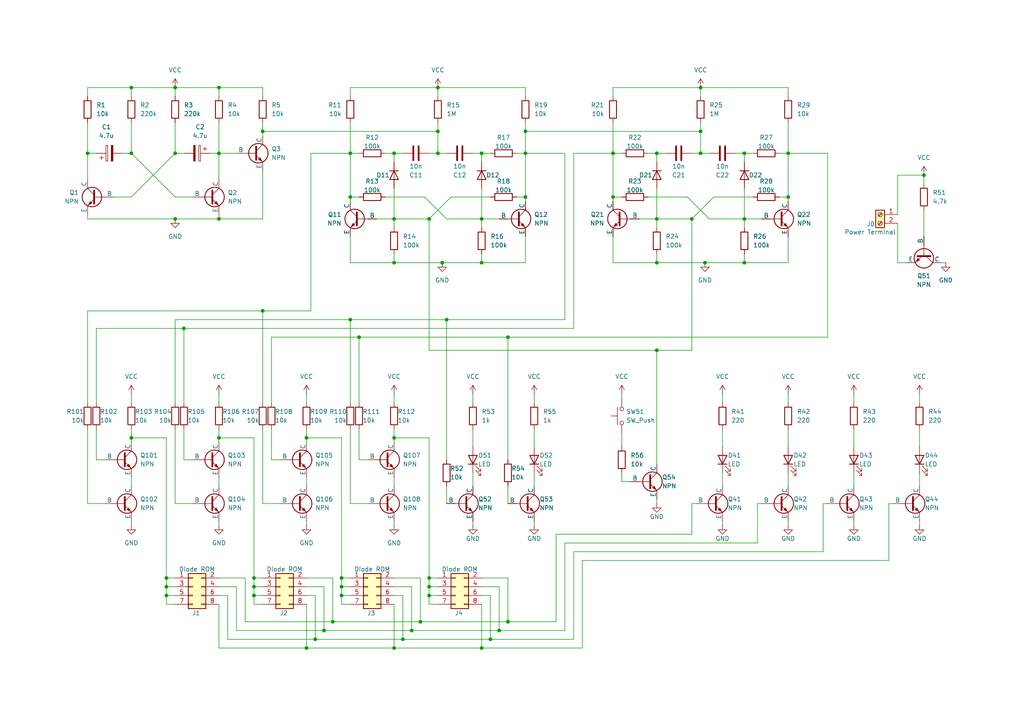
<source format=kicad_sch>
(kicad_sch (version 20250114) (generator "eeschema") (generator_version "9.0")
  (paper "A4")
  (title_block (title "Planck") (date "2025-11-08") (rev "0"))
  (junction (at 147.32 180.34))
  (junction (at 99.06 170.18))
  (junction (at 215.9 76.2))
  (junction (at 38.1 127))
  (junction (at 190.5 101.6))
  (junction (at 101.6 57.15))
  (junction (at 177.8 44.45))
  (junction (at 38.1 25.4))
  (junction (at 127 25.4))
  (junction (at 101.6 44.45))
  (junction (at 93.98 182.88))
  (junction (at 63.5 44.45))
  (junction (at 76.2 90.17))
  (junction (at 190.5 76.2))
  (junction (at 267.97 50.8))
  (junction (at 99.06 172.72))
  (junction (at 114.3 187.96))
  (junction (at 73.66 172.72))
  (junction (at 139.7 44.45))
  (junction (at 88.9 127))
  (junction (at 63.5 63.5))
  (junction (at 139.7 63.5))
  (junction (at 50.8 25.4))
  (junction (at 114.3 76.2))
  (junction (at 228.6 57.15))
  (junction (at 76.2 38.1))
  (junction (at 203.2 25.4))
  (junction (at 73.66 167.64))
  (junction (at 124.46 167.64))
  (junction (at 114.3 63.5))
  (junction (at 121.92 180.34))
  (junction (at 50.8 63.5))
  (junction (at 96.52 180.34))
  (junction (at 215.9 44.45))
  (junction (at 127 38.1))
  (junction (at 144.78 182.88))
  (junction (at 91.44 185.42))
  (junction (at 203.2 38.1))
  (junction (at 63.5 25.4))
  (junction (at 124.46 170.18))
  (junction (at 101.6 92.71))
  (junction (at 50.8 44.45))
  (junction (at 152.4 44.45))
  (junction (at 73.66 170.18))
  (junction (at 119.38 182.88))
  (junction (at 124.46 172.72))
  (junction (at 128.27 76.2))
  (junction (at 88.9 187.96))
  (junction (at 63.5 127))
  (junction (at 48.26 170.18))
  (junction (at 114.3 44.45))
  (junction (at 124.46 63.5))
  (junction (at 139.7 187.96))
  (junction (at 129.54 92.71))
  (junction (at 104.14 97.79))
  (junction (at 190.5 63.5))
  (junction (at 152.4 57.15))
  (junction (at 215.9 63.5))
  (junction (at 38.1 44.45))
  (junction (at 200.66 63.5))
  (junction (at 204.47 76.2))
  (junction (at 177.8 57.15))
  (junction (at 116.84 185.42))
  (junction (at 53.34 95.25))
  (junction (at 99.06 167.64))
  (junction (at 152.4 38.1))
  (junction (at 114.3 127))
  (junction (at 48.26 167.64))
  (junction (at 25.4 44.45))
  (junction (at 127 44.45))
  (junction (at 139.7 76.2))
  (junction (at 142.24 185.42))
  (junction (at 48.26 172.72))
  (junction (at 228.6 44.45))
  (junction (at 190.5 44.45))
  (junction (at 147.32 97.79))
  (junction (at 203.2 44.45))
  (wire (pts (xy 25.4 62.23) (xy 25.4 63.5)))
  (wire (pts (xy 99.06 172.72) (xy 101.6 172.72)))
  (wire (pts (xy 190.5 101.6) (xy 200.66 101.6)))
  (wire (pts (xy 50.8 35.56) (xy 50.8 44.45)))
  (wire (pts (xy 101.6 124.46) (xy 101.6 146.05)))
  (wire (pts (xy 139.7 44.45) (xy 139.7 46.99)))
  (wire (pts (xy 168.91 162.56) (xy 257.81 162.56)))
  (wire (pts (xy 88.9 151.13) (xy 88.9 152.4)))
  (wire (pts (xy 71.12 167.64) (xy 71.12 180.34)))
  (wire (pts (xy 240.03 44.45) (xy 240.03 97.79)))
  (wire (pts (xy 25.4 63.5) (xy 50.8 63.5)))
  (wire (pts (xy 104.14 124.46) (xy 104.14 133.35)))
  (wire (pts (xy 154.94 151.13) (xy 154.94 152.4)))
  (wire (pts (xy 48.26 167.64) (xy 50.8 167.64)))
  (wire (pts (xy 266.7 151.13) (xy 266.7 152.4)))
  (wire (pts (xy 88.9 127) (xy 88.9 128.27)))
  (wire (pts (xy 215.9 66.04) (xy 215.9 63.5)))
  (wire (pts (xy 93.98 182.88) (xy 93.98 170.18)))
  (wire (pts (xy 137.16 124.46) (xy 137.16 129.54)))
  (wire (pts (xy 137.16 137.16) (xy 137.16 140.97)))
  (wire (pts (xy 139.7 63.5) (xy 144.78 63.5)))
  (wire (pts (xy 101.6 44.45) (xy 101.6 57.15)))
  (wire (pts (xy 266.7 114.3) (xy 266.7 116.84)))
  (wire (pts (xy 200.66 44.45) (xy 203.2 44.45)))
  (wire (pts (xy 35.56 44.45) (xy 38.1 44.45)))
  (wire (pts (xy 205.74 63.5) (xy 215.9 63.5)))
  (wire (pts (xy 78.74 124.46) (xy 78.74 133.35)))
  (wire (pts (xy 78.74 97.79) (xy 78.74 116.84)))
  (wire (pts (xy 119.38 170.18) (xy 114.3 170.18)))
  (wire (pts (xy 63.5 172.72) (xy 66.04 172.72)))
  (wire (pts (xy 101.6 44.45) (xy 104.14 44.45)))
  (wire (pts (xy 101.6 35.56) (xy 101.6 44.45)))
  (wire (pts (xy 38.1 35.56) (xy 38.1 44.45)))
  (wire (pts (xy 154.94 137.16) (xy 154.94 140.97)))
  (wire (pts (xy 163.83 157.48) (xy 163.83 182.88)))
  (wire (pts (xy 38.1 25.4) (xy 38.1 27.94)))
  (wire (pts (xy 114.3 138.43) (xy 114.3 140.97)))
  (wire (pts (xy 247.65 151.13) (xy 247.65 152.4)))
  (wire (pts (xy 190.5 101.6) (xy 190.5 134.62)))
  (wire (pts (xy 187.96 44.45) (xy 190.5 44.45)))
  (wire (pts (xy 114.3 127) (xy 114.3 128.27)))
  (wire (pts (xy 114.3 76.2) (xy 128.27 76.2)))
  (wire (pts (xy 25.4 25.4) (xy 38.1 25.4)))
  (wire (pts (xy 109.22 63.5) (xy 114.3 63.5)))
  (wire (pts (xy 144.78 182.88) (xy 119.38 182.88)))
  (wire (pts (xy 50.8 44.45) (xy 53.34 44.45)))
  (wire (pts (xy 63.5 127) (xy 63.5 128.27)))
  (wire (pts (xy 190.5 66.04) (xy 190.5 63.5)))
  (wire (pts (xy 209.55 114.3) (xy 209.55 116.84)))
  (wire (pts (xy 139.7 73.66) (xy 139.7 76.2)))
  (wire (pts (xy 180.34 125.73) (xy 180.34 129.54)))
  (wire (pts (xy 185.42 63.5) (xy 190.5 63.5)))
  (wire (pts (xy 76.2 38.1) (xy 76.2 39.37)))
  (wire (pts (xy 257.81 146.05) (xy 259.08 146.05)))
  (wire (pts (xy 111.76 57.15) (xy 123.19 57.15)))
  (wire (pts (xy 99.06 175.26) (xy 101.6 175.26)))
  (wire (pts (xy 205.74 63.5) (xy 199.39 57.15)))
  (wire (pts (xy 38.1 25.4) (xy 50.8 25.4)))
  (wire (pts (xy 124.46 101.6) (xy 190.5 101.6)))
  (wire (pts (xy 247.65 114.3) (xy 247.65 116.84)))
  (wire (pts (xy 147.32 97.79) (xy 147.32 133.35)))
  (wire (pts (xy 215.9 54.61) (xy 215.9 63.5)))
  (wire (pts (xy 96.52 180.34) (xy 121.92 180.34)))
  (wire (pts (xy 38.1 127) (xy 38.1 128.27)))
  (wire (pts (xy 119.38 182.88) (xy 93.98 182.88)))
  (wire (pts (xy 96.52 167.64) (xy 96.52 180.34)))
  (wire (pts (xy 129.54 63.5) (xy 139.7 63.5)))
  (wire (pts (xy 76.2 90.17) (xy 76.2 116.84)))
  (wire (pts (xy 50.8 124.46) (xy 50.8 146.05)))
  (wire (pts (xy 129.54 92.71) (xy 101.6 92.71)))
  (wire (pts (xy 99.06 167.64) (xy 101.6 167.64)))
  (wire (pts (xy 38.1 127) (xy 48.26 127)))
  (wire (pts (xy 124.46 127) (xy 124.46 167.64)))
  (wire (pts (xy 129.54 63.5) (xy 123.19 57.15)))
  (wire (pts (xy 63.5 151.13) (xy 63.5 152.4)))
  (wire (pts (xy 240.03 97.79) (xy 147.32 97.79)))
  (wire (pts (xy 63.5 44.45) (xy 68.58 44.45)))
  (wire (pts (xy 124.46 63.5) (xy 130.81 57.15)))
  (wire (pts (xy 139.7 44.45) (xy 142.24 44.45)))
  (wire (pts (xy 60.96 44.45) (xy 63.5 44.45)))
  (wire (pts (xy 63.5 25.4) (xy 76.2 25.4)))
  (wire (pts (xy 166.37 95.25) (xy 53.34 95.25)))
  (wire (pts (xy 177.8 44.45) (xy 180.34 44.45)))
  (wire (pts (xy 226.06 44.45) (xy 228.6 44.45)))
  (wire (pts (xy 114.3 66.04) (xy 114.3 63.5)))
  (wire (pts (xy 114.3 114.3) (xy 114.3 116.84)))
  (wire (pts (xy 124.46 172.72) (xy 124.46 175.26)))
  (wire (pts (xy 114.3 54.61) (xy 114.3 63.5)))
  (wire (pts (xy 25.4 35.56) (xy 25.4 44.45)))
  (wire (pts (xy 147.32 140.97) (xy 147.32 146.05)))
  (wire (pts (xy 129.54 92.71) (xy 129.54 133.35)))
  (wire (pts (xy 190.5 44.45) (xy 193.04 44.45)))
  (wire (pts (xy 104.14 97.79) (xy 104.14 116.84)))
  (wire (pts (xy 63.5 138.43) (xy 63.5 140.97)))
  (wire (pts (xy 203.2 25.4) (xy 228.6 25.4)))
  (wire (pts (xy 168.91 162.56) (xy 168.91 187.96)))
  (wire (pts (xy 38.1 151.13) (xy 38.1 152.4)))
  (wire (pts (xy 142.24 172.72) (xy 142.24 185.42)))
  (wire (pts (xy 111.76 44.45) (xy 114.3 44.45)))
  (wire (pts (xy 114.3 73.66) (xy 114.3 76.2)))
  (wire (pts (xy 177.8 44.45) (xy 166.37 44.45)))
  (wire (pts (xy 50.8 25.4) (xy 50.8 27.94)))
  (wire (pts (xy 228.6 68.58) (xy 228.6 76.2)))
  (wire (pts (xy 163.83 92.71) (xy 129.54 92.71)))
  (wire (pts (xy 25.4 90.17) (xy 25.4 116.84)))
  (wire (pts (xy 139.7 76.2) (xy 152.4 76.2)))
  (wire (pts (xy 228.6 25.4) (xy 228.6 27.94)))
  (wire (pts (xy 260.35 62.23) (xy 260.35 50.8)))
  (wire (pts (xy 152.4 38.1) (xy 152.4 44.45)))
  (wire (pts (xy 149.86 44.45) (xy 152.4 44.45)))
  (wire (pts (xy 260.35 76.2) (xy 262.89 76.2)))
  (wire (pts (xy 76.2 49.53) (xy 76.2 63.5)))
  (wire (pts (xy 137.16 44.45) (xy 139.7 44.45)))
  (wire (pts (xy 101.6 68.58) (xy 101.6 76.2)))
  (wire (pts (xy 215.9 44.45) (xy 215.9 46.99)))
  (wire (pts (xy 247.65 124.46) (xy 247.65 129.54)))
  (wire (pts (xy 149.86 57.15) (xy 152.4 57.15)))
  (wire (pts (xy 48.26 170.18) (xy 50.8 170.18)))
  (wire (pts (xy 121.92 180.34) (xy 147.32 180.34)))
  (wire (pts (xy 88.9 114.3) (xy 88.9 116.84)))
  (wire (pts (xy 177.8 76.2) (xy 190.5 76.2)))
  (wire (pts (xy 101.6 25.4) (xy 101.6 27.94)))
  (wire (pts (xy 93.98 182.88) (xy 68.58 182.88)))
  (wire (pts (xy 228.6 44.45) (xy 240.03 44.45)))
  (wire (pts (xy 48.26 172.72) (xy 48.26 175.26)))
  (wire (pts (xy 139.7 172.72) (xy 142.24 172.72)))
  (wire (pts (xy 73.66 172.72) (xy 76.2 172.72)))
  (wire (pts (xy 161.29 180.34) (xy 161.29 154.94)))
  (wire (pts (xy 99.06 170.18) (xy 101.6 170.18)))
  (wire (pts (xy 190.5 63.5) (xy 200.66 63.5)))
  (wire (pts (xy 274.32 76.2) (xy 273.05 76.2)))
  (wire (pts (xy 152.4 25.4) (xy 152.4 27.94)))
  (wire (pts (xy 38.1 44.45) (xy 50.8 57.15)))
  (wire (pts (xy 78.74 133.35) (xy 81.28 133.35)))
  (wire (pts (xy 66.04 185.42) (xy 91.44 185.42)))
  (wire (pts (xy 50.8 92.71) (xy 50.8 116.84)))
  (wire (pts (xy 53.34 95.25) (xy 27.94 95.25)))
  (wire (pts (xy 73.66 170.18) (xy 73.66 172.72)))
  (wire (pts (xy 127 35.56) (xy 127 38.1)))
  (wire (pts (xy 76.2 38.1) (xy 127 38.1)))
  (wire (pts (xy 104.14 133.35) (xy 106.68 133.35)))
  (wire (pts (xy 180.34 114.3) (xy 180.34 115.57)))
  (wire (pts (xy 63.5 167.64) (xy 71.12 167.64)))
  (wire (pts (xy 93.98 170.18) (xy 88.9 170.18)))
  (wire (pts (xy 99.06 127) (xy 99.06 167.64)))
  (wire (pts (xy 139.7 167.64) (xy 147.32 167.64)))
  (wire (pts (xy 101.6 57.15) (xy 101.6 58.42)))
  (wire (pts (xy 101.6 92.71) (xy 101.6 116.84)))
  (wire (pts (xy 114.3 124.46) (xy 114.3 127)))
  (wire (pts (xy 63.5 124.46) (xy 63.5 127)))
  (wire (pts (xy 180.34 137.16) (xy 180.34 139.7)))
  (wire (pts (xy 68.58 182.88) (xy 68.58 170.18)))
  (wire (pts (xy 73.66 172.72) (xy 73.66 175.26)))
  (wire (pts (xy 127 25.4) (xy 127 27.94)))
  (wire (pts (xy 209.55 124.46) (xy 209.55 129.54)))
  (wire (pts (xy 203.2 35.56) (xy 203.2 38.1)))
  (wire (pts (xy 50.8 25.4) (xy 63.5 25.4)))
  (wire (pts (xy 63.5 63.5) (xy 76.2 63.5)))
  (wire (pts (xy 200.66 146.05) (xy 200.66 154.94)))
  (wire (pts (xy 53.34 133.35) (xy 55.88 133.35)))
  (wire (pts (xy 27.94 133.35) (xy 30.48 133.35)))
  (wire (pts (xy 38.1 57.15) (xy 33.02 57.15)))
  (wire (pts (xy 152.4 35.56) (xy 152.4 38.1)))
  (wire (pts (xy 266.7 137.16) (xy 266.7 140.97)))
  (wire (pts (xy 76.2 146.05) (xy 81.28 146.05)))
  (wire (pts (xy 114.3 127) (xy 124.46 127)))
  (wire (pts (xy 104.14 97.79) (xy 78.74 97.79)))
  (wire (pts (xy 71.12 180.34) (xy 96.52 180.34)))
  (wire (pts (xy 238.76 146.05) (xy 240.03 146.05)))
  (wire (pts (xy 228.6 35.56) (xy 228.6 44.45)))
  (wire (pts (xy 177.8 25.4) (xy 203.2 25.4)))
  (wire (pts (xy 219.71 146.05) (xy 220.98 146.05)))
  (wire (pts (xy 76.2 124.46) (xy 76.2 146.05)))
  (wire (pts (xy 116.84 185.42) (xy 142.24 185.42)))
  (wire (pts (xy 90.17 90.17) (xy 76.2 90.17)))
  (wire (pts (xy 127 44.45) (xy 129.54 44.45)))
  (wire (pts (xy 238.76 160.02) (xy 238.76 146.05)))
  (wire (pts (xy 101.6 92.71) (xy 50.8 92.71)))
  (wire (pts (xy 177.8 35.56) (xy 177.8 44.45)))
  (wire (pts (xy 190.5 44.45) (xy 190.5 46.99)))
  (wire (pts (xy 124.46 170.18) (xy 124.46 172.72)))
  (wire (pts (xy 25.4 44.45) (xy 25.4 52.07)))
  (wire (pts (xy 161.29 154.94) (xy 200.66 154.94)))
  (wire (pts (xy 114.3 172.72) (xy 116.84 172.72)))
  (wire (pts (xy 99.06 172.72) (xy 99.06 175.26)))
  (wire (pts (xy 101.6 76.2) (xy 114.3 76.2)))
  (wire (pts (xy 99.06 167.64) (xy 99.06 170.18)))
  (wire (pts (xy 226.06 57.15) (xy 228.6 57.15)))
  (wire (pts (xy 88.9 172.72) (xy 91.44 172.72)))
  (wire (pts (xy 63.5 35.56) (xy 63.5 44.45)))
  (wire (pts (xy 91.44 185.42) (xy 116.84 185.42)))
  (wire (pts (xy 114.3 44.45) (xy 116.84 44.45)))
  (wire (pts (xy 187.96 57.15) (xy 199.39 57.15)))
  (wire (pts (xy 88.9 167.64) (xy 96.52 167.64)))
  (wire (pts (xy 154.94 124.46) (xy 154.94 129.54)))
  (wire (pts (xy 90.17 44.45) (xy 90.17 90.17)))
  (wire (pts (xy 25.4 146.05) (xy 30.48 146.05)))
  (wire (pts (xy 76.2 35.56) (xy 76.2 38.1)))
  (wire (pts (xy 144.78 170.18) (xy 139.7 170.18)))
  (wire (pts (xy 203.2 44.45) (xy 205.74 44.45)))
  (wire (pts (xy 190.5 54.61) (xy 190.5 63.5)))
  (wire (pts (xy 129.54 140.97) (xy 129.54 146.05)))
  (wire (pts (xy 88.9 187.96) (xy 63.5 187.96)))
  (wire (pts (xy 203.2 38.1) (xy 203.2 44.45)))
  (wire (pts (xy 53.34 95.25) (xy 53.34 116.84)))
  (wire (pts (xy 114.3 63.5) (xy 124.46 63.5)))
  (wire (pts (xy 152.4 57.15) (xy 152.4 58.42)))
  (wire (pts (xy 48.26 170.18) (xy 48.26 172.72)))
  (wire (pts (xy 63.5 25.4) (xy 63.5 27.94)))
  (wire (pts (xy 73.66 127) (xy 73.66 167.64)))
  (wire (pts (xy 127 38.1) (xy 127 44.45)))
  (wire (pts (xy 203.2 25.4) (xy 203.2 27.94)))
  (wire (pts (xy 38.1 138.43) (xy 38.1 140.97)))
  (wire (pts (xy 73.66 167.64) (xy 73.66 170.18)))
  (wire (pts (xy 200.66 63.5) (xy 207.01 57.15)))
  (wire (pts (xy 130.81 57.15) (xy 142.24 57.15)))
  (wire (pts (xy 124.46 172.72) (xy 127 172.72)))
  (wire (pts (xy 101.6 25.4) (xy 127 25.4)))
  (wire (pts (xy 228.6 137.16) (xy 228.6 140.97)))
  (wire (pts (xy 266.7 124.46) (xy 266.7 129.54)))
  (wire (pts (xy 139.7 66.04) (xy 139.7 63.5)))
  (wire (pts (xy 66.04 172.72) (xy 66.04 185.42)))
  (wire (pts (xy 137.16 114.3) (xy 137.16 116.84)))
  (wire (pts (xy 99.06 170.18) (xy 99.06 172.72)))
  (wire (pts (xy 177.8 68.58) (xy 177.8 76.2)))
  (wire (pts (xy 163.83 157.48) (xy 219.71 157.48)))
  (wire (pts (xy 228.6 44.45) (xy 228.6 57.15)))
  (wire (pts (xy 228.6 57.15) (xy 228.6 58.42)))
  (wire (pts (xy 38.1 114.3) (xy 38.1 116.84)))
  (wire (pts (xy 121.92 167.64) (xy 121.92 180.34)))
  (wire (pts (xy 114.3 187.96) (xy 114.3 175.26)))
  (wire (pts (xy 63.5 114.3) (xy 63.5 116.84)))
  (wire (pts (xy 166.37 160.02) (xy 238.76 160.02)))
  (wire (pts (xy 63.5 187.96) (xy 63.5 175.26)))
  (wire (pts (xy 88.9 124.46) (xy 88.9 127)))
  (wire (pts (xy 101.6 146.05) (xy 106.68 146.05)))
  (wire (pts (xy 114.3 167.64) (xy 121.92 167.64)))
  (wire (pts (xy 200.66 146.05) (xy 201.93 146.05)))
  (wire (pts (xy 114.3 187.96) (xy 88.9 187.96)))
  (wire (pts (xy 209.55 137.16) (xy 209.55 140.97)))
  (wire (pts (xy 124.46 175.26) (xy 127 175.26)))
  (wire (pts (xy 101.6 44.45) (xy 90.17 44.45)))
  (wire (pts (xy 228.6 114.3) (xy 228.6 116.84)))
  (wire (pts (xy 53.34 124.46) (xy 53.34 133.35)))
  (wire (pts (xy 114.3 44.45) (xy 114.3 46.99)))
  (wire (pts (xy 76.2 90.17) (xy 25.4 90.17)))
  (wire (pts (xy 267.97 60.96) (xy 267.97 68.58)))
  (wire (pts (xy 124.46 44.45) (xy 127 44.45)))
  (wire (pts (xy 215.9 73.66) (xy 215.9 76.2)))
  (wire (pts (xy 154.94 114.3) (xy 154.94 116.84)))
  (wire (pts (xy 163.83 44.45) (xy 163.83 92.71)))
  (wire (pts (xy 177.8 57.15) (xy 180.34 57.15)))
  (wire (pts (xy 124.46 167.64) (xy 124.46 170.18)))
  (wire (pts (xy 63.5 62.23) (xy 63.5 63.5)))
  (wire (pts (xy 38.1 124.46) (xy 38.1 127)))
  (wire (pts (xy 50.8 146.05) (xy 55.88 146.05)))
  (wire (pts (xy 152.4 44.45) (xy 163.83 44.45)))
  (wire (pts (xy 91.44 172.72) (xy 91.44 185.42)))
  (wire (pts (xy 124.46 170.18) (xy 127 170.18)))
  (wire (pts (xy 213.36 44.45) (xy 215.9 44.45)))
  (wire (pts (xy 215.9 76.2) (xy 228.6 76.2)))
  (wire (pts (xy 63.5 44.45) (xy 63.5 52.07)))
  (wire (pts (xy 144.78 182.88) (xy 144.78 170.18)))
  (wire (pts (xy 215.9 44.45) (xy 218.44 44.45)))
  (wire (pts (xy 119.38 182.88) (xy 119.38 170.18)))
  (wire (pts (xy 48.26 127) (xy 48.26 167.64)))
  (wire (pts (xy 25.4 25.4) (xy 25.4 27.94)))
  (wire (pts (xy 190.5 73.66) (xy 190.5 76.2)))
  (wire (pts (xy 127 25.4) (xy 152.4 25.4)))
  (wire (pts (xy 200.66 63.5) (xy 200.66 101.6)))
  (wire (pts (xy 190.5 76.2) (xy 204.47 76.2)))
  (wire (pts (xy 177.8 57.15) (xy 177.8 58.42)))
  (wire (pts (xy 207.01 57.15) (xy 218.44 57.15)))
  (wire (pts (xy 152.4 68.58) (xy 152.4 76.2)))
  (wire (pts (xy 163.83 182.88) (xy 144.78 182.88)))
  (wire (pts (xy 27.94 95.25) (xy 27.94 116.84)))
  (wire (pts (xy 219.71 157.48) (xy 219.71 146.05)))
  (wire (pts (xy 177.8 25.4) (xy 177.8 27.94)))
  (wire (pts (xy 128.27 76.2) (xy 139.7 76.2)))
  (wire (pts (xy 139.7 54.61) (xy 139.7 63.5)))
  (wire (pts (xy 204.47 76.2) (xy 215.9 76.2)))
  (wire (pts (xy 73.66 167.64) (xy 76.2 167.64)))
  (wire (pts (xy 260.35 50.8) (xy 267.97 50.8)))
  (wire (pts (xy 50.8 44.45) (xy 38.1 57.15)))
  (wire (pts (xy 177.8 44.45) (xy 177.8 57.15)))
  (wire (pts (xy 190.5 144.78) (xy 190.5 146.05)))
  (wire (pts (xy 228.6 124.46) (xy 228.6 129.54)))
  (wire (pts (xy 76.2 25.4) (xy 76.2 27.94)))
  (wire (pts (xy 215.9 63.5) (xy 220.98 63.5)))
  (wire (pts (xy 247.65 137.16) (xy 247.65 140.97)))
  (wire (pts (xy 139.7 187.96) (xy 139.7 175.26)))
  (wire (pts (xy 88.9 127) (xy 99.06 127)))
  (wire (pts (xy 152.4 44.45) (xy 152.4 57.15)))
  (wire (pts (xy 228.6 151.13) (xy 228.6 152.4)))
  (wire (pts (xy 168.91 187.96) (xy 139.7 187.96)))
  (wire (pts (xy 48.26 172.72) (xy 50.8 172.72)))
  (wire (pts (xy 25.4 124.46) (xy 25.4 146.05)))
  (wire (pts (xy 166.37 44.45) (xy 166.37 95.25)))
  (wire (pts (xy 101.6 57.15) (xy 104.14 57.15)))
  (wire (pts (xy 147.32 180.34) (xy 161.29 180.34)))
  (wire (pts (xy 73.66 170.18) (xy 76.2 170.18)))
  (wire (pts (xy 124.46 167.64) (xy 127 167.64)))
  (wire (pts (xy 147.32 167.64) (xy 147.32 180.34)))
  (wire (pts (xy 48.26 167.64) (xy 48.26 170.18)))
  (wire (pts (xy 25.4 44.45) (xy 27.94 44.45)))
  (wire (pts (xy 88.9 138.43) (xy 88.9 140.97)))
  (wire (pts (xy 152.4 38.1) (xy 203.2 38.1)))
  (wire (pts (xy 88.9 187.96) (xy 88.9 175.26)))
  (wire (pts (xy 260.35 64.77) (xy 260.35 76.2)))
  (wire (pts (xy 209.55 151.13) (xy 209.55 152.4)))
  (wire (pts (xy 147.32 97.79) (xy 104.14 97.79)))
  (wire (pts (xy 63.5 127) (xy 73.66 127)))
  (wire (pts (xy 68.58 170.18) (xy 63.5 170.18)))
  (wire (pts (xy 139.7 187.96) (xy 114.3 187.96)))
  (wire (pts (xy 73.66 175.26) (xy 76.2 175.26)))
  (wire (pts (xy 137.16 151.13) (xy 137.16 152.4)))
  (wire (pts (xy 48.26 175.26) (xy 50.8 175.26)))
  (wire (pts (xy 50.8 57.15) (xy 55.88 57.15)))
  (wire (pts (xy 116.84 172.72) (xy 116.84 185.42)))
  (wire (pts (xy 114.3 151.13) (xy 114.3 152.4)))
  (wire (pts (xy 142.24 185.42) (xy 166.37 185.42)))
  (wire (pts (xy 267.97 50.8) (xy 267.97 53.34)))
  (wire (pts (xy 124.46 63.5) (xy 124.46 101.6)))
  (wire (pts (xy 27.94 124.46) (xy 27.94 133.35)))
  (wire (pts (xy 180.34 139.7) (xy 182.88 139.7)))
  (wire (pts (xy 166.37 185.42) (xy 166.37 160.02)))
  (wire (pts (xy 257.81 162.56) (xy 257.81 146.05)))
  (wire (pts (xy 50.8 63.5) (xy 63.5 63.5)))
  (symbol (lib_id "power:VCC") (at 38.1 114.3 0) (unit 1)
    (property "Reference" "#PWR01001" (effects (hide yes)))
    (property "Value" "VCC" (at 38.1 109.22 0))
    (property "Description" "Power symbol creates a global label with name \"VCC\"" (effects (hide yes)))
  )
  (symbol (lib_id "Simulation_SPICE:NPN") (at 149.86 63.5 0) (unit 1)
    (property "Reference" "Q12" (at 154.94 62.2299 0) (effects (justify left)))
    (property "Value" "NPN" (at 154.94 64.7699 0) (effects (justify left)))
    (property "Footprint" "Package_TO_SOT_THT:TO-92" (effects (hide yes)))
    (property "Datasheet" "https://ngspice.sourceforge.io/docs/ngspice-html-manual/manual.xhtml#cha_BJTs" (effects (hide yes)))
    (property "Description" "Bipolar transistor symbol for simulation only, substrate tied to the emitter" (effects (hide yes)))
    (property "Sim.Device" "NPN" (effects (hide yes)))
    (property "Sim.Type" "GUMMELPOON" (effects (hide yes)))
    (property "Sim.Pins" "1=C 2=B 3=E" (effects (hide yes)))
  )
  (symbol (lib_id "power:GND") (at 228.6 152.4 0) (unit 1)
    (property "Reference" "#PWR01022" (effects (hide yes)))
    (property "Value" "GND" (at 228.6 156.21 0))
    (property "Description" "Power symbol creates a global label with name \"GND\" , ground" (effects (hide yes)))
  )
  (symbol (lib_id "Simulation_SPICE:NPN") (at 27.94 57.15 0) (mirror y) (unit 1)
    (property "Reference" "Q1" (at 22.86 55.8799 0) (effects (justify left)))
    (property "Value" "NPN" (at 22.86 58.4199 0) (effects (justify left)))
    (property "Footprint" "Package_TO_SOT_THT:TO-92" (effects (hide yes)))
    (property "Datasheet" "https://ngspice.sourceforge.io/docs/ngspice-html-manual/manual.xhtml#cha_BJTs" (effects (hide yes)))
    (property "Description" "Bipolar transistor symbol for simulation only, substrate tied to the emitter" (effects (hide yes)))
    (property "Sim.Device" "NPN" (effects (hide yes)))
    (property "Sim.Type" "GUMMELPOON" (effects (hide yes)))
    (property "Sim.Pins" "1=C 2=B 3=E" (effects (hide yes)))
  )
  (symbol (lib_id "power:VCC") (at 228.6 114.3 0) (unit 1)
    (property "Reference" "#PWR01021" (effects (hide yes)))
    (property "Value" "VCC" (at 228.6 109.22 0))
    (property "Description" "Power symbol creates a global label with name \"VCC\"" (effects (hide yes)))
  )
  (symbol (lib_id "Simulation_SPICE:NPN") (at 35.56 133.35 0) (unit 1)
    (property "Reference" "Q101" (at 40.64 132.0799 0) (effects (justify left)))
    (property "Value" "NPN" (at 40.64 134.6199 0) (effects (justify left)))
    (property "Footprint" "Package_TO_SOT_THT:TO-92" (effects (hide yes)))
    (property "Datasheet" "https://ngspice.sourceforge.io/docs/ngspice-html-manual/manual.xhtml#cha_BJTs" (effects (hide yes)))
    (property "Description" "Bipolar transistor symbol for simulation only, substrate tied to the emitter" (effects (hide yes)))
    (property "Sim.Device" "NPN" (effects (hide yes)))
    (property "Sim.Type" "GUMMELPOON" (effects (hide yes)))
    (property "Sim.Pins" "1=C 2=B 3=E" (effects (hide yes)))
  )
  (symbol (lib_id "Device:C") (at 133.35 44.45 90) (mirror x) (unit 1)
    (property "Reference" "C12" (at 133.35 50.8 90))
    (property "Value" "10n" (at 133.35 48.26 90))
    (property "Footprint" "Capacitor_THT:C_Disc_D3.0mm_W2.0mm_P2.50mm" (effects (hide yes)))
    (property "Description" "Unpolarized capacitor" (effects (hide yes)))
  )
  (symbol (lib_id "Simulation_SPICE:NPN") (at 245.11 146.05 0) (unit 1)
    (property "Reference" "Q43" (at 249.174 144.78 0) (effects (justify left)))
    (property "Value" "NPN" (at 249.174 147.32 0) (effects (justify left)))
    (property "Footprint" "Package_TO_SOT_THT:TO-92" (effects (hide yes)))
    (property "Datasheet" "https://ngspice.sourceforge.io/docs/ngspice-html-manual/manual.xhtml#cha_BJTs" (effects (hide yes)))
    (property "Description" "Bipolar transistor symbol for simulation only, substrate tied to the emitter" (effects (hide yes)))
    (property "Sim.Device" "NPN" (effects (hide yes)))
    (property "Sim.Type" "GUMMELPOON" (effects (hide yes)))
    (property "Sim.Pins" "1=C 2=B 3=E" (effects (hide yes)))
  )
  (symbol (lib_id "Connector_Generic:Conn_02x04_Odd_Even") (at 55.88 170.18 0) (unit 1)
    (property "Reference" "J1" (at 56.896 177.8 0))
    (property "Value" "Diode ROM" (at 57.15 165.1 0))
    (property "Footprint" "Connector_PinHeader_2.54mm:PinHeader_2x04_P2.54mm_Vertical" (effects (hide yes)))
    (property "Description" "Generic connector, double row, 02x04, odd/even pin numbering scheme (row 1 odd numbers, row 2 even numbers), script generated (kicad-library-utils/schlib/autogen/connector/)" (effects (hide yes)))
  )
  (symbol (lib_id "Connector:Screw_Terminal_01x02") (at 255.27 62.23 0) (mirror y) (unit 1)
    (property "Reference" "J0" (at 253.746 65.024 0) (effects (justify left)))
    (property "Value" "Power Terminal" (at 259.842 67.31 0) (effects (justify left)))
    (property "Footprint" "TerminalBlock:TerminalBlock_MaiXu_MX126-5.0-02P_1x02_P5.00mm" (effects (hide yes)))
    (property "Description" "Generic screw terminal, single row, 01x02, script generated (kicad-library-utils/schlib/autogen/connector/)" (effects (hide yes)))
  )
  (symbol (lib_id "Device:R") (at 50.8 120.65 0) (mirror y) (unit 1)
    (property "Reference" "R104" (at 49.784 119.38 0) (effects (justify left)))
    (property "Value" "10k" (at 49.784 121.92 0) (effects (justify left)))
    (property "Footprint" "Resistor_THT:R_Axial_DIN0204_L3.6mm_D1.6mm_P5.08mm_Horizontal" (effects (hide yes)))
    (property "Description" "Resistor" (effects (hide yes)))
  )
  (symbol (lib_id "Device:R") (at 129.54 137.16 0) (unit 1)
    (property "Reference" "R52" (at 130.556 135.89 0) (effects (justify left)))
    (property "Value" "10k" (at 130.556 138.43 0) (effects (justify left)))
    (property "Footprint" "Resistor_THT:R_Axial_DIN0204_L3.6mm_D1.6mm_P5.08mm_Horizontal" (effects (hide yes)))
    (property "Description" "Resistor" (effects (hide yes)))
  )
  (symbol (lib_id "Simulation_SPICE:NPN") (at 60.96 133.35 0) (unit 1)
    (property "Reference" "Q103" (at 66.04 132.0799 0) (effects (justify left)))
    (property "Value" "NPN" (at 66.04 134.6199 0) (effects (justify left)))
    (property "Footprint" "Package_TO_SOT_THT:TO-92" (effects (hide yes)))
    (property "Datasheet" "https://ngspice.sourceforge.io/docs/ngspice-html-manual/manual.xhtml#cha_BJTs" (effects (hide yes)))
    (property "Description" "Bipolar transistor symbol for simulation only, substrate tied to the emitter" (effects (hide yes)))
    (property "Sim.Device" "NPN" (effects (hide yes)))
    (property "Sim.Type" "GUMMELPOON" (effects (hide yes)))
    (property "Sim.Pins" "1=C 2=B 3=E" (effects (hide yes)))
  )
  (symbol (lib_id "Device:R") (at 146.05 44.45 90) (unit 1)
    (property "Reference" "R17" (at 146.05 39.878 90))
    (property "Value" "100k" (at 146.05 42.418 90))
    (property "Footprint" "Resistor_THT:R_Axial_DIN0204_L3.6mm_D1.6mm_P5.08mm_Horizontal" (effects (hide yes)))
    (property "Description" "Resistor" (effects (hide yes)))
  )
  (symbol (lib_id "Device:R") (at 267.97 57.15 0) (unit 1)
    (property "Reference" "R51" (at 270.51 55.8799 0) (effects (justify left)))
    (property "Value" "4.7k" (at 270.51 58.4199 0) (effects (justify left)))
    (property "Footprint" "Resistor_THT:R_Axial_DIN0204_L3.6mm_D1.6mm_P5.08mm_Horizontal" (effects (hide yes)))
    (property "Description" "Resistor" (effects (hide yes)))
  )
  (symbol (lib_id "Device:R") (at 101.6 31.75 0) (mirror y) (unit 1)
    (property "Reference" "R11" (at 99.06 30.4799 0) (effects (justify left)))
    (property "Value" "10k" (at 99.06 33.0199 0) (effects (justify left)))
    (property "Footprint" "Resistor_THT:R_Axial_DIN0204_L3.6mm_D1.6mm_P5.08mm_Horizontal" (effects (hide yes)))
    (property "Description" "Resistor" (effects (hide yes)))
  )
  (symbol (lib_id "Device:R") (at 184.15 44.45 90) (unit 1)
    (property "Reference" "R22" (at 184.15 39.878 90))
    (property "Value" "100k" (at 184.15 42.418 90))
    (property "Footprint" "Resistor_THT:R_Axial_DIN0204_L3.6mm_D1.6mm_P5.08mm_Horizontal" (effects (hide yes)))
    (property "Description" "Resistor" (effects (hide yes)))
  )
  (symbol (lib_id "Device:R") (at 146.05 57.15 90) (unit 1)
    (property "Reference" "R18" (at 146.05 52.578 90))
    (property "Value" "100k" (at 146.05 55.118 90))
    (property "Footprint" "Resistor_THT:R_Axial_DIN0204_L3.6mm_D1.6mm_P5.08mm_Horizontal" (effects (hide yes)))
    (property "Description" "Resistor" (effects (hide yes)))
  )
  (symbol (lib_id "Device:R") (at 154.94 120.65 0) (unit 1)
    (property "Reference" "R55" (at 157.48 119.3799 0) (effects (justify left)))
    (property "Value" "1k" (at 157.48 121.9199 0) (effects (justify left)))
    (property "Footprint" "Resistor_THT:R_Axial_DIN0204_L3.6mm_D1.6mm_P5.08mm_Horizontal" (effects (hide yes)))
    (property "Description" "Resistor" (effects (hide yes)))
  )
  (symbol (lib_id "Simulation_SPICE:NPN") (at 207.01 146.05 0) (unit 1)
    (property "Reference" "Q41" (at 211.074 144.78 0) (effects (justify left)))
    (property "Value" "NPN" (at 211.074 147.32 0) (effects (justify left)))
    (property "Footprint" "Package_TO_SOT_THT:TO-92" (effects (hide yes)))
    (property "Datasheet" "https://ngspice.sourceforge.io/docs/ngspice-html-manual/manual.xhtml#cha_BJTs" (effects (hide yes)))
    (property "Description" "Bipolar transistor symbol for simulation only, substrate tied to the emitter" (effects (hide yes)))
    (property "Sim.Device" "NPN" (effects (hide yes)))
    (property "Sim.Type" "GUMMELPOON" (effects (hide yes)))
    (property "Sim.Pins" "1=C 2=B 3=E" (effects (hide yes)))
  )
  (symbol (lib_id "Device:R") (at 107.95 44.45 90) (unit 1)
    (property "Reference" "R12" (at 107.95 39.878 90))
    (property "Value" "100k" (at 107.95 42.418 90))
    (property "Footprint" "Resistor_THT:R_Axial_DIN0204_L3.6mm_D1.6mm_P5.08mm_Horizontal" (effects (hide yes)))
    (property "Description" "Resistor" (effects (hide yes)))
  )
  (symbol (lib_id "power:VCC") (at 127 25.4 0) (unit 1)
    (property "Reference" "#PWR01011" (effects (hide yes)))
    (property "Value" "VCC" (at 127 20.32 0))
    (property "Description" "Power symbol creates a global label with name \"VCC\"" (effects (hide yes)))
  )
  (symbol (lib_id "power:GND") (at 128.27 76.2 0) (unit 1)
    (property "Reference" "#PWR01012" (effects (hide yes)))
    (property "Value" "GND" (at 128.27 81.28 0))
    (property "Description" "Power symbol creates a global label with name \"GND\" , ground" (effects (hide yes)))
  )
  (symbol (lib_id "Simulation_SPICE:NPN") (at 73.66 44.45 0) (unit 1)
    (property "Reference" "Q3" (at 78.74 43.1799 0) (effects (justify left)))
    (property "Value" "NPN" (at 78.74 45.7199 0) (effects (justify left)))
    (property "Footprint" "Package_TO_SOT_THT:TO-92" (effects (hide yes)))
    (property "Datasheet" "https://ngspice.sourceforge.io/docs/ngspice-html-manual/manual.xhtml#cha_BJTs" (effects (hide yes)))
    (property "Description" "Bipolar transistor symbol for simulation only, substrate tied to the emitter" (effects (hide yes)))
    (property "Sim.Device" "NPN" (effects (hide yes)))
    (property "Sim.Type" "GUMMELPOON" (effects (hide yes)))
    (property "Sim.Pins" "1=C 2=B 3=E" (effects (hide yes)))
  )
  (symbol (lib_id "power:GND") (at 63.5 152.4 0) (unit 1)
    (property "Reference" "#PWR01006" (effects (hide yes)))
    (property "Value" "GND" (at 63.5 157.48 0))
    (property "Description" "Power symbol creates a global label with name \"GND\" , ground" (effects (hide yes)))
  )
  (symbol (lib_id "Device:D") (at 139.7 50.8 270) (unit 1)
    (property "Reference" "D12" (at 140.97 50.8 90) (effects (justify left)))
    (property "Value" "D" (effects (hide yes)))
    (property "Footprint" "Diode_THT:D_DO-34_SOD68_P7.62mm_Horizontal" (effects (hide yes)))
    (property "Description" "Diode" (effects (hide yes)))
    (property "Sim.Device" "D" (effects (hide yes)))
    (property "Sim.Pins" "1=K 2=A" (effects (hide yes)))
  )
  (symbol (lib_id "Connector_Generic:Conn_02x04_Odd_Even") (at 132.08 170.18 0) (unit 1)
    (property "Reference" "J4" (at 133.096 177.8 0))
    (property "Value" "Diode ROM" (at 133.35 165.1 0))
    (property "Footprint" "Connector_PinHeader_2.54mm:PinHeader_2x04_P2.54mm_Vertical" (effects (hide yes)))
    (property "Description" "Generic connector, double row, 02x04, odd/even pin numbering scheme (row 1 odd numbers, row 2 even numbers), script generated (kicad-library-utils/schlib/autogen/connector/)" (effects (hide yes)))
  )
  (symbol (lib_id "Simulation_SPICE:NPN") (at 86.36 146.05 0) (unit 1)
    (property "Reference" "Q106" (at 91.44 144.7799 0) (effects (justify left)))
    (property "Value" "NPN" (at 91.44 147.3199 0) (effects (justify left)))
    (property "Footprint" "Package_TO_SOT_THT:TO-92" (effects (hide yes)))
    (property "Datasheet" "https://ngspice.sourceforge.io/docs/ngspice-html-manual/manual.xhtml#cha_BJTs" (effects (hide yes)))
    (property "Description" "Bipolar transistor symbol for simulation only, substrate tied to the emitter" (effects (hide yes)))
    (property "Sim.Device" "NPN" (effects (hide yes)))
    (property "Sim.Type" "GUMMELPOON" (effects (hide yes)))
    (property "Sim.Pins" "1=C 2=B 3=E" (effects (hide yes)))
  )
  (symbol (lib_id "Device:D") (at 114.3 50.8 90) (mirror x) (unit 1)
    (property "Reference" "D11" (at 113.03 50.8 90) (effects (justify left)))
    (property "Value" "D" (effects (hide yes)))
    (property "Footprint" "Diode_THT:D_DO-34_SOD68_P7.62mm_Horizontal" (effects (hide yes)))
    (property "Description" "Diode" (effects (hide yes)))
    (property "Sim.Device" "D" (effects (hide yes)))
    (property "Sim.Pins" "1=K 2=A" (effects (hide yes)))
  )
  (symbol (lib_id "Device:R") (at 38.1 31.75 0) (unit 1)
    (property "Reference" "R2" (at 40.64 30.4799 0) (effects (justify left)))
    (property "Value" "220k" (at 40.64 33.0199 0) (effects (justify left)))
    (property "Footprint" "Resistor_THT:R_Axial_DIN0204_L3.6mm_D1.6mm_P5.08mm_Horizontal" (effects (hide yes)))
    (property "Description" "Resistor" (effects (hide yes)))
  )
  (symbol (lib_id "Device:R") (at 25.4 31.75 0) (unit 1)
    (property "Reference" "R1" (at 27.94 30.4799 0) (effects (justify left)))
    (property "Value" "10k" (at 27.94 33.0199 0) (effects (justify left)))
    (property "Footprint" "Resistor_THT:R_Axial_DIN0204_L3.6mm_D1.6mm_P5.08mm_Horizontal" (effects (hide yes)))
    (property "Description" "Resistor" (effects (hide yes)))
  )
  (symbol (lib_id "power:GND") (at 204.47 76.2 0) (unit 1)
    (property "Reference" "#PWR01018" (effects (hide yes)))
    (property "Value" "GND" (at 204.47 81.28 0))
    (property "Description" "Power symbol creates a global label with name \"GND\" , ground" (effects (hide yes)))
  )
  (symbol (lib_id "Device:R") (at 76.2 31.75 0) (unit 1)
    (property "Reference" "R5" (at 78.74 30.4799 0) (effects (justify left)))
    (property "Value" "10k" (at 78.74 33.0199 0) (effects (justify left)))
    (property "Footprint" "Resistor_THT:R_Axial_DIN0204_L3.6mm_D1.6mm_P5.08mm_Horizontal" (effects (hide yes)))
    (property "Description" "Resistor" (effects (hide yes)))
  )
  (symbol (lib_id "Device:R") (at 266.7 120.65 0) (unit 1)
    (property "Reference" "R44" (at 269.24 119.3799 0) (effects (justify left)))
    (property "Value" "220" (at 269.24 121.9199 0) (effects (justify left)))
    (property "Footprint" "Resistor_THT:R_Axial_DIN0204_L3.6mm_D1.6mm_P5.08mm_Horizontal" (effects (hide yes)))
    (property "Description" "Resistor" (effects (hide yes)))
  )
  (symbol (lib_id "Simulation_SPICE:NPN") (at 111.76 146.05 0) (unit 1)
    (property "Reference" "Q108" (at 116.84 144.7799 0) (effects (justify left)))
    (property "Value" "NPN" (at 116.84 147.3199 0) (effects (justify left)))
    (property "Footprint" "Package_TO_SOT_THT:TO-92" (effects (hide yes)))
    (property "Datasheet" "https://ngspice.sourceforge.io/docs/ngspice-html-manual/manual.xhtml#cha_BJTs" (effects (hide yes)))
    (property "Description" "Bipolar transistor symbol for simulation only, substrate tied to the emitter" (effects (hide yes)))
    (property "Sim.Device" "NPN" (effects (hide yes)))
    (property "Sim.Type" "GUMMELPOON" (effects (hide yes)))
    (property "Sim.Pins" "1=C 2=B 3=E" (effects (hide yes)))
  )
  (symbol (lib_id "power:VCC") (at 154.94 114.3 0) (unit 1)
    (property "Reference" "#PWR01" (effects (hide yes)))
    (property "Value" "VCC" (at 154.94 109.22 0))
    (property "Description" "Power symbol creates a global label with name \"VCC\"" (effects (hide yes)))
  )
  (symbol (lib_id "Device:R") (at 222.25 44.45 90) (unit 1)
    (property "Reference" "R27" (at 222.25 39.878 90))
    (property "Value" "100k" (at 222.25 42.418 90))
    (property "Footprint" "Resistor_THT:R_Axial_DIN0204_L3.6mm_D1.6mm_P5.08mm_Horizontal" (effects (hide yes)))
    (property "Description" "Resistor" (effects (hide yes)))
  )
  (symbol (lib_id "Simulation_SPICE:NPN") (at 267.97 73.66 270) (unit 1)
    (property "Reference" "Q51" (at 267.97 80.01 90))
    (property "Value" "NPN" (at 267.97 82.55 90))
    (property "Footprint" "Package_TO_SOT_THT:TO-92" (effects (hide yes)))
    (property "Datasheet" "https://ngspice.sourceforge.io/docs/ngspice-html-manual/manual.xhtml#cha_BJTs" (effects (hide yes)))
    (property "Description" "Bipolar transistor symbol for simulation only, substrate tied to the emitter" (effects (hide yes)))
    (property "Sim.Device" "NPN" (effects (hide yes)))
    (property "Sim.Type" "GUMMELPOON" (effects (hide yes)))
    (property "Sim.Pins" "1=C 2=B 3=E" (effects (hide yes)))
  )
  (symbol (lib_id "Device:R") (at 203.2 31.75 0) (unit 1)
    (property "Reference" "R25" (at 205.74 30.4799 0) (effects (justify left)))
    (property "Value" "1M" (at 205.74 33.0199 0) (effects (justify left)))
    (property "Footprint" "Resistor_THT:R_Axial_DIN0204_L3.6mm_D1.6mm_P5.08mm_Horizontal" (effects (hide yes)))
    (property "Description" "Resistor" (effects (hide yes)))
  )
  (symbol (lib_id "power:VCC") (at 180.34 114.3 0) (unit 1)
    (property "Reference" "#PWR01015" (effects (hide yes)))
    (property "Value" "VCC" (at 180.34 109.22 0))
    (property "Description" "Power symbol creates a global label with name \"VCC\"" (effects (hide yes)))
  )
  (symbol (lib_id "Device:R") (at 177.8 31.75 0) (mirror y) (unit 1)
    (property "Reference" "R21" (at 175.26 30.4799 0) (effects (justify left)))
    (property "Value" "10k" (at 175.26 33.0199 0) (effects (justify left)))
    (property "Footprint" "Resistor_THT:R_Axial_DIN0204_L3.6mm_D1.6mm_P5.08mm_Horizontal" (effects (hide yes)))
    (property "Description" "Resistor" (effects (hide yes)))
  )
  (symbol (lib_id "Device:LED") (at 137.16 133.35 90) (unit 1)
    (property "Reference" "D51" (at 138.684 132.08 90) (effects (justify right)))
    (property "Value" "LED" (at 138.684 134.62 90) (effects (justify right)))
    (property "Footprint" "LED_THT:LED_D5.0mm" (effects (hide yes)))
    (property "Description" "Light emitting diode" (effects (hide yes)))
    (property "Sim.Pins" "1=K 2=A" (effects (hide yes)))
  )
  (symbol (lib_id "Device:R") (at 190.5 69.85 180) (unit 1)
    (property "Reference" "R24" (at 193.04 68.5799 0) (effects (justify right)))
    (property "Value" "100k" (at 193.04 71.1199 0) (effects (justify right)))
    (property "Footprint" "Resistor_THT:R_Axial_DIN0204_L3.6mm_D1.6mm_P5.08mm_Horizontal" (effects (hide yes)))
    (property "Description" "Resistor" (effects (hide yes)))
  )
  (symbol (lib_id "Device:LED") (at 154.94 133.35 90) (unit 1)
    (property "Reference" "D52" (at 156.464 132.08 90) (effects (justify right)))
    (property "Value" "LED" (at 156.464 134.62 90) (effects (justify right)))
    (property "Footprint" "LED_THT:LED_D5.0mm" (effects (hide yes)))
    (property "Description" "Light emitting diode" (effects (hide yes)))
    (property "Sim.Pins" "1=K 2=A" (effects (hide yes)))
  )
  (symbol (lib_id "Device:LED") (at 228.6 133.35 90) (unit 1)
    (property "Reference" "D42" (at 230.124 132.08 90) (effects (justify right)))
    (property "Value" "LED" (at 230.124 134.62 90) (effects (justify right)))
    (property "Footprint" "LED_THT:LED_D5.0mm" (effects (hide yes)))
    (property "Description" "Light emitting diode" (effects (hide yes)))
    (property "Sim.Pins" "1=K 2=A" (effects (hide yes)))
  )
  (symbol (lib_id "Device:R") (at 53.34 120.65 0) (unit 1)
    (property "Reference" "R105" (at 54.356 119.38 0) (effects (justify left)))
    (property "Value" "10k" (at 54.356 121.92 0) (effects (justify left)))
    (property "Footprint" "Resistor_THT:R_Axial_DIN0204_L3.6mm_D1.6mm_P5.08mm_Horizontal" (effects (hide yes)))
    (property "Description" "Resistor" (effects (hide yes)))
  )
  (symbol (lib_id "Simulation_SPICE:NPN") (at 104.14 63.5 0) (mirror y) (unit 1)
    (property "Reference" "Q11" (at 99.06 62.2299 0) (effects (justify left)))
    (property "Value" "NPN" (at 99.06 64.7699 0) (effects (justify left)))
    (property "Footprint" "Package_TO_SOT_THT:TO-92" (effects (hide yes)))
    (property "Datasheet" "https://ngspice.sourceforge.io/docs/ngspice-html-manual/manual.xhtml#cha_BJTs" (effects (hide yes)))
    (property "Description" "Bipolar transistor symbol for simulation only, substrate tied to the emitter" (effects (hide yes)))
    (property "Sim.Device" "NPN" (effects (hide yes)))
    (property "Sim.Type" "GUMMELPOON" (effects (hide yes)))
    (property "Sim.Pins" "1=C 2=B 3=E" (effects (hide yes)))
  )
  (symbol (lib_id "power:VCC") (at 114.3 114.3 0) (unit 1)
    (property "Reference" "#PWR01009" (effects (hide yes)))
    (property "Value" "VCC" (at 114.3 109.22 0))
    (property "Description" "Power symbol creates a global label with name \"VCC\"" (effects (hide yes)))
  )
  (symbol (lib_id "Device:R") (at 152.4 31.75 0) (unit 1)
    (property "Reference" "R19" (at 154.94 30.4799 0) (effects (justify left)))
    (property "Value" "10k" (at 154.94 33.0199 0) (effects (justify left)))
    (property "Footprint" "Resistor_THT:R_Axial_DIN0204_L3.6mm_D1.6mm_P5.08mm_Horizontal" (effects (hide yes)))
    (property "Description" "Resistor" (effects (hide yes)))
  )
  (symbol (lib_id "power:GND") (at 274.32 76.2 0) (unit 1)
    (property "Reference" "#PWR01014" (effects (hide yes)))
    (property "Value" "GND" (at 274.32 81.28 0))
    (property "Description" "Power symbol creates a global label with name \"GND\" , ground" (effects (hide yes)))
  )
  (symbol (lib_id "Device:R") (at 209.55 120.65 0) (unit 1)
    (property "Reference" "R41" (at 212.09 119.3799 0) (effects (justify left)))
    (property "Value" "220" (at 212.09 121.9199 0) (effects (justify left)))
    (property "Footprint" "Resistor_THT:R_Axial_DIN0204_L3.6mm_D1.6mm_P5.08mm_Horizontal" (effects (hide yes)))
    (property "Description" "Resistor" (effects (hide yes)))
  )
  (symbol (lib_id "Device:R") (at 63.5 31.75 0) (unit 1)
    (property "Reference" "R4" (at 66.04 30.4799 0) (effects (justify left)))
    (property "Value" "10k" (at 66.04 33.0199 0) (effects (justify left)))
    (property "Footprint" "Resistor_THT:R_Axial_DIN0204_L3.6mm_D1.6mm_P5.08mm_Horizontal" (effects (hide yes)))
    (property "Description" "Resistor" (effects (hide yes)))
  )
  (symbol (lib_id "Connector_Generic:Conn_02x04_Odd_Even") (at 81.28 170.18 0) (unit 1)
    (property "Reference" "J2" (at 82.296 177.8 0))
    (property "Value" "Diode ROM" (at 82.55 165.1 0))
    (property "Footprint" "Connector_PinHeader_2.54mm:PinHeader_2x04_P2.54mm_Vertical" (effects (hide yes)))
    (property "Description" "Generic connector, double row, 02x04, odd/even pin numbering scheme (row 1 odd numbers, row 2 even numbers), script generated (kicad-library-utils/schlib/autogen/connector/)" (effects (hide yes)))
  )
  (symbol (lib_id "Simulation_SPICE:NPN") (at 134.62 146.05 0) (unit 1)
    (property "Reference" "Q52" (at 138.684 144.78 0) (effects (justify left)))
    (property "Value" "NPN" (at 138.684 147.32 0) (effects (justify left)))
    (property "Footprint" "Package_TO_SOT_THT:TO-92" (effects (hide yes)))
    (property "Datasheet" "https://ngspice.sourceforge.io/docs/ngspice-html-manual/manual.xhtml#cha_BJTs" (effects (hide yes)))
    (property "Description" "Bipolar transistor symbol for simulation only, substrate tied to the emitter" (effects (hide yes)))
    (property "Sim.Device" "NPN" (effects (hide yes)))
    (property "Sim.Type" "GUMMELPOON" (effects (hide yes)))
    (property "Sim.Pins" "1=C 2=B 3=E" (effects (hide yes)))
  )
  (symbol (lib_id "power:GND") (at 209.55 152.4 0) (unit 1)
    (property "Reference" "#PWR01020" (effects (hide yes)))
    (property "Value" "GND" (at 209.55 156.21 0))
    (property "Description" "Power symbol creates a global label with name \"GND\" , ground" (effects (hide yes)))
  )
  (symbol (lib_id "Device:R") (at 180.34 133.35 0) (unit 1)
    (property "Reference" "R56" (at 182.88 132.0799 0) (effects (justify left)))
    (property "Value" "10k" (at 182.88 134.6199 0) (effects (justify left)))
    (property "Footprint" "Resistor_THT:R_Axial_DIN0204_L3.6mm_D1.6mm_P5.08mm_Horizontal" (effects (hide yes)))
    (property "Description" "Resistor" (effects (hide yes)))
  )
  (symbol (lib_id "Connector_Generic:Conn_02x04_Odd_Even") (at 106.68 170.18 0) (unit 1)
    (property "Reference" "J3" (at 107.696 177.8 0))
    (property "Value" "Diode ROM" (at 107.95 165.1 0))
    (property "Footprint" "Connector_PinHeader_2.54mm:PinHeader_2x04_P2.54mm_Vertical" (effects (hide yes)))
    (property "Description" "Generic connector, double row, 02x04, odd/even pin numbering scheme (row 1 odd numbers, row 2 even numbers), script generated (kicad-library-utils/schlib/autogen/connector/)" (effects (hide yes)))
  )
  (symbol (lib_id "Device:C") (at 120.65 44.45 90) (mirror x) (unit 1)
    (property "Reference" "C11" (at 120.65 50.8 90))
    (property "Value" "10n" (at 120.65 48.26 90))
    (property "Footprint" "Capacitor_THT:C_Disc_D3.0mm_W2.0mm_P2.50mm" (effects (hide yes)))
    (property "Description" "Unpolarized capacitor" (effects (hide yes)))
  )
  (symbol (lib_id "Device:R") (at 114.3 120.65 0) (unit 1)
    (property "Reference" "R112" (at 115.316 119.38 0) (effects (justify left)))
    (property "Value" "10k" (at 115.316 121.92 0) (effects (justify left)))
    (property "Footprint" "Resistor_THT:R_Axial_DIN0204_L3.6mm_D1.6mm_P5.08mm_Horizontal" (effects (hide yes)))
    (property "Description" "Resistor" (effects (hide yes)))
  )
  (symbol (lib_id "Device:LED") (at 266.7 133.35 90) (unit 1)
    (property "Reference" "D44" (at 268.224 132.08 90) (effects (justify right)))
    (property "Value" "LED" (at 268.224 134.62 90) (effects (justify right)))
    (property "Footprint" "LED_THT:LED_D5.0mm" (effects (hide yes)))
    (property "Description" "Light emitting diode" (effects (hide yes)))
    (property "Sim.Pins" "1=K 2=A" (effects (hide yes)))
  )
  (symbol (lib_id "power:GND") (at 154.94 152.4 0) (unit 1)
    (property "Reference" "#PWR02" (effects (hide yes)))
    (property "Value" "GND" (at 154.94 156.21 0))
    (property "Description" "Power symbol creates a global label with name \"GND\" , ground" (effects (hide yes)))
  )
  (symbol (lib_id "Device:C") (at 196.85 44.45 90) (mirror x) (unit 1)
    (property "Reference" "C21" (at 196.85 50.8 90))
    (property "Value" "10n" (at 196.85 48.26 90))
    (property "Footprint" "Capacitor_THT:C_Disc_D3.0mm_W2.0mm_P2.50mm" (effects (hide yes)))
    (property "Description" "Unpolarized capacitor" (effects (hide yes)))
  )
  (symbol (lib_id "power:GND") (at 88.9 152.4 0) (unit 1)
    (property "Reference" "#PWR01008" (effects (hide yes)))
    (property "Value" "GND" (at 88.9 157.48 0))
    (property "Description" "Power symbol creates a global label with name \"GND\" , ground" (effects (hide yes)))
  )
  (symbol (lib_id "Device:R") (at 104.14 120.65 0) (unit 1)
    (property "Reference" "R111" (at 105.156 119.38 0) (effects (justify left)))
    (property "Value" "10k" (at 105.156 121.92 0) (effects (justify left)))
    (property "Footprint" "Resistor_THT:R_Axial_DIN0204_L3.6mm_D1.6mm_P5.08mm_Horizontal" (effects (hide yes)))
    (property "Description" "Resistor" (effects (hide yes)))
  )
  (symbol (lib_id "Device:R") (at 184.15 57.15 90) (unit 1)
    (property "Reference" "R23" (at 184.15 52.578 90))
    (property "Value" "100k" (at 184.15 55.118 90))
    (property "Footprint" "Resistor_THT:R_Axial_DIN0204_L3.6mm_D1.6mm_P5.08mm_Horizontal" (effects (hide yes)))
    (property "Description" "Resistor" (effects (hide yes)))
  )
  (symbol (lib_id "Simulation_SPICE:NPN") (at 111.76 133.35 0) (unit 1)
    (property "Reference" "Q107" (at 116.84 132.0799 0) (effects (justify left)))
    (property "Value" "NPN" (at 116.84 134.6199 0) (effects (justify left)))
    (property "Footprint" "Package_TO_SOT_THT:TO-92" (effects (hide yes)))
    (property "Datasheet" "https://ngspice.sourceforge.io/docs/ngspice-html-manual/manual.xhtml#cha_BJTs" (effects (hide yes)))
    (property "Description" "Bipolar transistor symbol for simulation only, substrate tied to the emitter" (effects (hide yes)))
    (property "Sim.Device" "NPN" (effects (hide yes)))
    (property "Sim.Type" "GUMMELPOON" (effects (hide yes)))
    (property "Sim.Pins" "1=C 2=B 3=E" (effects (hide yes)))
  )
  (symbol (lib_id "power:VCC") (at 266.7 114.3 0) (unit 1)
    (property "Reference" "#PWR01025" (effects (hide yes)))
    (property "Value" "VCC" (at 266.7 109.22 0))
    (property "Description" "Power symbol creates a global label with name \"VCC\"" (effects (hide yes)))
  )
  (symbol (lib_id "Device:C") (at 209.55 44.45 90) (mirror x) (unit 1)
    (property "Reference" "C22" (at 209.55 50.8 90))
    (property "Value" "10n" (at 209.55 48.26 90))
    (property "Footprint" "Capacitor_THT:C_Disc_D3.0mm_W2.0mm_P2.50mm" (effects (hide yes)))
    (property "Description" "Unpolarized capacitor" (effects (hide yes)))
  )
  (symbol (lib_id "Simulation_SPICE:NPN") (at 60.96 146.05 0) (unit 1)
    (property "Reference" "Q104" (at 66.04 144.7799 0) (effects (justify left)))
    (property "Value" "NPN" (at 66.04 147.3199 0) (effects (justify left)))
    (property "Footprint" "Package_TO_SOT_THT:TO-92" (effects (hide yes)))
    (property "Datasheet" "https://ngspice.sourceforge.io/docs/ngspice-html-manual/manual.xhtml#cha_BJTs" (effects (hide yes)))
    (property "Description" "Bipolar transistor symbol for simulation only, substrate tied to the emitter" (effects (hide yes)))
    (property "Sim.Device" "NPN" (effects (hide yes)))
    (property "Sim.Type" "GUMMELPOON" (effects (hide yes)))
    (property "Sim.Pins" "1=C 2=B 3=E" (effects (hide yes)))
  )
  (symbol (lib_id "Device:R") (at 127 31.75 0) (unit 1)
    (property "Reference" "R15" (at 129.54 30.4799 0) (effects (justify left)))
    (property "Value" "1M" (at 129.54 33.0199 0) (effects (justify left)))
    (property "Footprint" "Resistor_THT:R_Axial_DIN0204_L3.6mm_D1.6mm_P5.08mm_Horizontal" (effects (hide yes)))
    (property "Description" "Resistor" (effects (hide yes)))
  )
  (symbol (lib_id "Device:R") (at 25.4 120.65 0) (mirror y) (unit 1)
    (property "Reference" "R101" (at 24.384 119.38 0) (effects (justify left)))
    (property "Value" "10k" (at 24.384 121.92 0) (effects (justify left)))
    (property "Footprint" "Resistor_THT:R_Axial_DIN0204_L3.6mm_D1.6mm_P5.08mm_Horizontal" (effects (hide yes)))
    (property "Description" "Resistor" (effects (hide yes)))
  )
  (symbol (lib_id "power:VCC") (at 137.16 114.3 0) (unit 1)
    (property "Reference" "#PWR03" (effects (hide yes)))
    (property "Value" "VCC" (at 137.16 109.22 0))
    (property "Description" "Power symbol creates a global label with name \"VCC\"" (effects (hide yes)))
  )
  (symbol (lib_id "power:VCC") (at 50.8 25.4 0) (unit 1)
    (property "Reference" "#PWR01003" (effects (hide yes)))
    (property "Value" "VCC" (at 50.8 20.32 0))
    (property "Description" "Power symbol creates a global label with name \"VCC\"" (effects (hide yes)))
  )
  (symbol (lib_id "Device:R") (at 147.32 137.16 0) (unit 1)
    (property "Reference" "R54" (at 148.336 135.89 0) (effects (justify left)))
    (property "Value" "10k" (at 148.336 138.43 0) (effects (justify left)))
    (property "Footprint" "Resistor_THT:R_Axial_DIN0204_L3.6mm_D1.6mm_P5.08mm_Horizontal" (effects (hide yes)))
    (property "Description" "Resistor" (effects (hide yes)))
  )
  (symbol (lib_id "Device:R") (at 228.6 120.65 0) (unit 1)
    (property "Reference" "R42" (at 231.14 119.3799 0) (effects (justify left)))
    (property "Value" "220" (at 231.14 121.9199 0) (effects (justify left)))
    (property "Footprint" "Resistor_THT:R_Axial_DIN0204_L3.6mm_D1.6mm_P5.08mm_Horizontal" (effects (hide yes)))
    (property "Description" "Resistor" (effects (hide yes)))
  )
  (symbol (lib_id "power:VCC") (at 247.65 114.3 0) (unit 1)
    (property "Reference" "#PWR01023" (effects (hide yes)))
    (property "Value" "VCC" (at 247.65 109.22 0))
    (property "Description" "Power symbol creates a global label with name \"VCC\"" (effects (hide yes)))
  )
  (symbol (lib_id "Device:R") (at 63.5 120.65 0) (unit 1)
    (property "Reference" "R106" (at 64.516 119.38 0) (effects (justify left)))
    (property "Value" "10k" (at 64.516 121.92 0) (effects (justify left)))
    (property "Footprint" "Resistor_THT:R_Axial_DIN0204_L3.6mm_D1.6mm_P5.08mm_Horizontal" (effects (hide yes)))
    (property "Description" "Resistor" (effects (hide yes)))
  )
  (symbol (lib_id "Device:R") (at 114.3 69.85 180) (unit 1)
    (property "Reference" "R14" (at 116.84 68.5799 0) (effects (justify right)))
    (property "Value" "100k" (at 116.84 71.1199 0) (effects (justify right)))
    (property "Footprint" "Resistor_THT:R_Axial_DIN0204_L3.6mm_D1.6mm_P5.08mm_Horizontal" (effects (hide yes)))
    (property "Description" "Resistor" (effects (hide yes)))
  )
  (symbol (lib_id "Simulation_SPICE:NPN") (at 264.16 146.05 0) (unit 1)
    (property "Reference" "Q44" (at 268.224 144.78 0) (effects (justify left)))
    (property "Value" "NPN" (at 268.224 147.32 0) (effects (justify left)))
    (property "Footprint" "Package_TO_SOT_THT:TO-92" (effects (hide yes)))
    (property "Datasheet" "https://ngspice.sourceforge.io/docs/ngspice-html-manual/manual.xhtml#cha_BJTs" (effects (hide yes)))
    (property "Description" "Bipolar transistor symbol for simulation only, substrate tied to the emitter" (effects (hide yes)))
    (property "Sim.Device" "NPN" (effects (hide yes)))
    (property "Sim.Type" "GUMMELPOON" (effects (hide yes)))
    (property "Sim.Pins" "1=C 2=B 3=E" (effects (hide yes)))
  )
  (symbol (lib_id "Device:LED") (at 247.65 133.35 90) (unit 1)
    (property "Reference" "D43" (at 249.174 132.08 90) (effects (justify right)))
    (property "Value" "LED" (at 249.174 134.62 90) (effects (justify right)))
    (property "Footprint" "LED_THT:LED_D5.0mm" (effects (hide yes)))
    (property "Description" "Light emitting diode" (effects (hide yes)))
    (property "Sim.Pins" "1=K 2=A" (effects (hide yes)))
  )
  (symbol (lib_id "power:GND") (at 190.5 146.05 0) (unit 1)
    (property "Reference" "#PWR01016" (effects (hide yes)))
    (property "Value" "GND" (at 190.5 149.86 0))
    (property "Description" "Power symbol creates a global label with name \"GND\" , ground" (effects (hide yes)))
  )
  (symbol (lib_id "Simulation_SPICE:NPN") (at 226.06 63.5 0) (unit 1)
    (property "Reference" "Q22" (at 231.14 62.2299 0) (effects (justify left)))
    (property "Value" "NPN" (at 231.14 64.7699 0) (effects (justify left)))
    (property "Footprint" "Package_TO_SOT_THT:TO-92" (effects (hide yes)))
    (property "Datasheet" "https://ngspice.sourceforge.io/docs/ngspice-html-manual/manual.xhtml#cha_BJTs" (effects (hide yes)))
    (property "Description" "Bipolar transistor symbol for simulation only, substrate tied to the emitter" (effects (hide yes)))
    (property "Sim.Device" "NPN" (effects (hide yes)))
    (property "Sim.Type" "GUMMELPOON" (effects (hide yes)))
    (property "Sim.Pins" "1=C 2=B 3=E" (effects (hide yes)))
  )
  (symbol (lib_id "power:GND") (at 137.16 152.4 0) (unit 1)
    (property "Reference" "#PWR04" (effects (hide yes)))
    (property "Value" "GND" (at 137.16 156.21 0))
    (property "Description" "Power symbol creates a global label with name \"GND\" , ground" (effects (hide yes)))
  )
  (symbol (lib_id "Device:R") (at 78.74 120.65 0) (unit 1)
    (property "Reference" "R108" (at 79.756 119.38 0) (effects (justify left)))
    (property "Value" "10k" (at 79.756 121.92 0) (effects (justify left)))
    (property "Footprint" "Resistor_THT:R_Axial_DIN0204_L3.6mm_D1.6mm_P5.08mm_Horizontal" (effects (hide yes)))
    (property "Description" "Resistor" (effects (hide yes)))
  )
  (symbol (lib_id "Device:C_Polarized") (at 31.75 44.45 90) (unit 1)
    (property "Reference" "C1" (at 30.861 36.83 90))
    (property "Value" "4.7u" (at 30.861 39.37 90))
    (property "Footprint" "Capacitor_THT:CP_Radial_D5.0mm_P2.50mm" (effects (hide yes)))
    (property "Description" "Polarized capacitor" (effects (hide yes)))
  )
  (symbol (lib_id "Device:R") (at 50.8 31.75 0) (unit 1)
    (property "Reference" "R3" (at 53.34 30.4799 0) (effects (justify left)))
    (property "Value" "220k" (at 53.34 33.0199 0) (effects (justify left)))
    (property "Footprint" "Resistor_THT:R_Axial_DIN0204_L3.6mm_D1.6mm_P5.08mm_Horizontal" (effects (hide yes)))
    (property "Description" "Resistor" (effects (hide yes)))
  )
  (symbol (lib_id "power:GND") (at 114.3 152.4 0) (unit 1)
    (property "Reference" "#PWR01010" (effects (hide yes)))
    (property "Value" "GND" (at 114.3 157.48 0))
    (property "Description" "Power symbol creates a global label with name \"GND\" , ground" (effects (hide yes)))
  )
  (symbol (lib_id "Simulation_SPICE:NPN") (at 152.4 146.05 0) (unit 1)
    (property "Reference" "Q53" (at 156.464 144.78 0) (effects (justify left)))
    (property "Value" "NPN" (at 156.464 147.32 0) (effects (justify left)))
    (property "Footprint" "Package_TO_SOT_THT:TO-92" (effects (hide yes)))
    (property "Datasheet" "https://ngspice.sourceforge.io/docs/ngspice-html-manual/manual.xhtml#cha_BJTs" (effects (hide yes)))
    (property "Description" "Bipolar transistor symbol for simulation only, substrate tied to the emitter" (effects (hide yes)))
    (property "Sim.Device" "NPN" (effects (hide yes)))
    (property "Sim.Type" "GUMMELPOON" (effects (hide yes)))
    (property "Sim.Pins" "1=C 2=B 3=E" (effects (hide yes)))
  )
  (symbol (lib_id "Simulation_SPICE:NPN") (at 86.36 133.35 0) (unit 1)
    (property "Reference" "Q105" (at 91.44 132.0799 0) (effects (justify left)))
    (property "Value" "NPN" (at 91.44 134.6199 0) (effects (justify left)))
    (property "Footprint" "Package_TO_SOT_THT:TO-92" (effects (hide yes)))
    (property "Datasheet" "https://ngspice.sourceforge.io/docs/ngspice-html-manual/manual.xhtml#cha_BJTs" (effects (hide yes)))
    (property "Description" "Bipolar transistor symbol for simulation only, substrate tied to the emitter" (effects (hide yes)))
    (property "Sim.Device" "NPN" (effects (hide yes)))
    (property "Sim.Type" "GUMMELPOON" (effects (hide yes)))
    (property "Sim.Pins" "1=C 2=B 3=E" (effects (hide yes)))
  )
  (symbol (lib_id "Device:R") (at 27.94 120.65 0) (unit 1)
    (property "Reference" "R102" (at 28.956 119.38 0) (effects (justify left)))
    (property "Value" "10k" (at 28.956 121.92 0) (effects (justify left)))
    (property "Footprint" "Resistor_THT:R_Axial_DIN0204_L3.6mm_D1.6mm_P5.08mm_Horizontal" (effects (hide yes)))
    (property "Description" "Resistor" (effects (hide yes)))
  )
  (symbol (lib_id "Simulation_SPICE:NPN") (at 180.34 63.5 0) (mirror y) (unit 1)
    (property "Reference" "Q21" (at 175.26 62.2299 0) (effects (justify left)))
    (property "Value" "NPN" (at 175.26 64.7699 0) (effects (justify left)))
    (property "Footprint" "Package_TO_SOT_THT:TO-92" (effects (hide yes)))
    (property "Datasheet" "https://ngspice.sourceforge.io/docs/ngspice-html-manual/manual.xhtml#cha_BJTs" (effects (hide yes)))
    (property "Description" "Bipolar transistor symbol for simulation only, substrate tied to the emitter" (effects (hide yes)))
    (property "Sim.Device" "NPN" (effects (hide yes)))
    (property "Sim.Type" "GUMMELPOON" (effects (hide yes)))
    (property "Sim.Pins" "1=C 2=B 3=E" (effects (hide yes)))
  )
  (symbol (lib_id "power:VCC") (at 88.9 114.3 0) (unit 1)
    (property "Reference" "#PWR01007" (effects (hide yes)))
    (property "Value" "VCC" (at 88.9 109.22 0))
    (property "Description" "Power symbol creates a global label with name \"VCC\"" (effects (hide yes)))
  )
  (symbol (lib_id "Device:R") (at 222.25 57.15 90) (unit 1)
    (property "Reference" "R28" (at 222.25 52.578 90))
    (property "Value" "100k" (at 222.25 55.118 90))
    (property "Footprint" "Resistor_THT:R_Axial_DIN0204_L3.6mm_D1.6mm_P5.08mm_Horizontal" (effects (hide yes)))
    (property "Description" "Resistor" (effects (hide yes)))
  )
  (symbol (lib_id "power:GND") (at 247.65 152.4 0) (unit 1)
    (property "Reference" "#PWR01024" (effects (hide yes)))
    (property "Value" "GND" (at 247.65 156.21 0))
    (property "Description" "Power symbol creates a global label with name \"GND\" , ground" (effects (hide yes)))
  )
  (symbol (lib_id "Device:R") (at 139.7 69.85 0) (unit 1)
    (property "Reference" "R16" (at 142.24 68.5799 0) (effects (justify left)))
    (property "Value" "100k" (at 142.24 71.1199 0) (effects (justify left)))
    (property "Footprint" "Resistor_THT:R_Axial_DIN0204_L3.6mm_D1.6mm_P5.08mm_Horizontal" (effects (hide yes)))
    (property "Description" "Resistor" (effects (hide yes)))
  )
  (symbol (lib_id "Simulation_SPICE:NPN") (at 226.06 146.05 0) (unit 1)
    (property "Reference" "Q42" (at 230.124 144.78 0) (effects (justify left)))
    (property "Value" "NPN" (at 230.124 147.32 0) (effects (justify left)))
    (property "Footprint" "Package_TO_SOT_THT:TO-92" (effects (hide yes)))
    (property "Datasheet" "https://ngspice.sourceforge.io/docs/ngspice-html-manual/manual.xhtml#cha_BJTs" (effects (hide yes)))
    (property "Description" "Bipolar transistor symbol for simulation only, substrate tied to the emitter" (effects (hide yes)))
    (property "Sim.Device" "NPN" (effects (hide yes)))
    (property "Sim.Type" "GUMMELPOON" (effects (hide yes)))
    (property "Sim.Pins" "1=C 2=B 3=E" (effects (hide yes)))
  )
  (symbol (lib_id "Device:LED") (at 209.55 133.35 90) (unit 1)
    (property "Reference" "D41" (at 211.074 132.08 90) (effects (justify right)))
    (property "Value" "LED" (at 211.074 134.62 90) (effects (justify right)))
    (property "Footprint" "LED_THT:LED_D5.0mm" (effects (hide yes)))
    (property "Description" "Light emitting diode" (effects (hide yes)))
    (property "Sim.Pins" "1=K 2=A" (effects (hide yes)))
  )
  (symbol (lib_id "Device:R") (at 228.6 31.75 0) (unit 1)
    (property "Reference" "R29" (at 231.14 30.4799 0) (effects (justify left)))
    (property "Value" "10k" (at 231.14 33.0199 0) (effects (justify left)))
    (property "Footprint" "Resistor_THT:R_Axial_DIN0204_L3.6mm_D1.6mm_P5.08mm_Horizontal" (effects (hide yes)))
    (property "Description" "Resistor" (effects (hide yes)))
  )
  (symbol (lib_id "power:GND") (at 38.1 152.4 0) (unit 1)
    (property "Reference" "#PWR01002" (effects (hide yes)))
    (property "Value" "GND" (at 38.1 157.48 0))
    (property "Description" "Power symbol creates a global label with name \"GND\" , ground" (effects (hide yes)))
  )
  (symbol (lib_id "power:VCC") (at 209.55 114.3 0) (unit 1)
    (property "Reference" "#PWR01019" (effects (hide yes)))
    (property "Value" "VCC" (at 209.55 109.22 0))
    (property "Description" "Power symbol creates a global label with name \"VCC\"" (effects (hide yes)))
  )
  (symbol (lib_id "Device:R") (at 137.16 120.65 0) (unit 1)
    (property "Reference" "R53" (at 139.7 119.3799 0) (effects (justify left)))
    (property "Value" "1k" (at 139.7 121.9199 0) (effects (justify left)))
    (property "Footprint" "Resistor_THT:R_Axial_DIN0204_L3.6mm_D1.6mm_P5.08mm_Horizontal" (effects (hide yes)))
    (property "Description" "Resistor" (effects (hide yes)))
  )
  (symbol (lib_id "Device:R") (at 88.9 120.65 0) (unit 1)
    (property "Reference" "R109" (at 89.916 119.38 0) (effects (justify left)))
    (property "Value" "10k" (at 89.916 121.92 0) (effects (justify left)))
    (property "Footprint" "Resistor_THT:R_Axial_DIN0204_L3.6mm_D1.6mm_P5.08mm_Horizontal" (effects (hide yes)))
    (property "Description" "Resistor" (effects (hide yes)))
  )
  (symbol (lib_id "Simulation_SPICE:NPN") (at 60.96 57.15 0) (unit 1)
    (property "Reference" "Q2" (at 66.04 55.8799 0) (effects (justify left)))
    (property "Value" "NPN" (at 66.04 58.4199 0) (effects (justify left)))
    (property "Footprint" "Package_TO_SOT_THT:TO-92" (effects (hide yes)))
    (property "Datasheet" "https://ngspice.sourceforge.io/docs/ngspice-html-manual/manual.xhtml#cha_BJTs" (effects (hide yes)))
    (property "Description" "Bipolar transistor symbol for simulation only, substrate tied to the emitter" (effects (hide yes)))
    (property "Sim.Device" "NPN" (effects (hide yes)))
    (property "Sim.Type" "GUMMELPOON" (effects (hide yes)))
    (property "Sim.Pins" "1=C 2=B 3=E" (effects (hide yes)))
  )
  (symbol (lib_id "Device:R") (at 76.2 120.65 0) (mirror y) (unit 1)
    (property "Reference" "R107" (at 75.184 119.38 0) (effects (justify left)))
    (property "Value" "10k" (at 75.184 121.92 0) (effects (justify left)))
    (property "Footprint" "Resistor_THT:R_Axial_DIN0204_L3.6mm_D1.6mm_P5.08mm_Horizontal" (effects (hide yes)))
    (property "Description" "Resistor" (effects (hide yes)))
  )
  (symbol (lib_id "Switch:SW_Push") (at 180.34 120.65 90) (unit 1)
    (property "Reference" "SW51" (at 181.61 119.3799 90) (effects (justify right)))
    (property "Value" "SW_Push" (at 181.61 121.9199 90) (effects (justify right)))
    (property "Footprint" "Button_Switch_THT:SW_PUSH_6mm" (effects (hide yes)))
    (property "Description" "Push button switch, generic, two pins" (effects (hide yes)))
  )
  (symbol (lib_id "power:VCC") (at 63.5 114.3 0) (unit 1)
    (property "Reference" "#PWR01005" (effects (hide yes)))
    (property "Value" "VCC" (at 63.5 109.22 0))
    (property "Description" "Power symbol creates a global label with name \"VCC\"" (effects (hide yes)))
  )
  (symbol (lib_id "power:GND") (at 50.8 63.5 0) (unit 1)
    (property "Reference" "#PWR01004" (effects (hide yes)))
    (property "Value" "GND" (at 50.8 68.58 0))
    (property "Description" "Power symbol creates a global label with name \"GND\" , ground" (effects (hide yes)))
  )
  (symbol (lib_id "Device:R") (at 101.6 120.65 0) (mirror y) (unit 1)
    (property "Reference" "R110" (at 100.584 119.38 0) (effects (justify left)))
    (property "Value" "10k" (at 100.584 121.92 0) (effects (justify left)))
    (property "Footprint" "Resistor_THT:R_Axial_DIN0204_L3.6mm_D1.6mm_P5.08mm_Horizontal" (effects (hide yes)))
    (property "Description" "Resistor" (effects (hide yes)))
  )
  (symbol (lib_id "Device:D") (at 215.9 50.8 270) (unit 1)
    (property "Reference" "D22" (at 217.17 50.8 90) (effects (justify left)))
    (property "Value" "D" (effects (hide yes)))
    (property "Footprint" "Diode_THT:D_DO-34_SOD68_P7.62mm_Horizontal" (effects (hide yes)))
    (property "Description" "Diode" (effects (hide yes)))
    (property "Sim.Device" "D" (effects (hide yes)))
    (property "Sim.Pins" "1=K 2=A" (effects (hide yes)))
  )
  (symbol (lib_id "Device:R") (at 247.65 120.65 0) (unit 1)
    (property "Reference" "R43" (at 250.19 119.3799 0) (effects (justify left)))
    (property "Value" "220" (at 250.19 121.9199 0) (effects (justify left)))
    (property "Footprint" "Resistor_THT:R_Axial_DIN0204_L3.6mm_D1.6mm_P5.08mm_Horizontal" (effects (hide yes)))
    (property "Description" "Resistor" (effects (hide yes)))
  )
  (symbol (lib_id "power:GND") (at 266.7 152.4 0) (unit 1)
    (property "Reference" "#PWR01026" (effects (hide yes)))
    (property "Value" "GND" (at 266.7 156.21 0))
    (property "Description" "Power symbol creates a global label with name \"GND\" , ground" (effects (hide yes)))
  )
  (symbol (lib_id "Device:D") (at 190.5 50.8 90) (mirror x) (unit 1)
    (property "Reference" "D21" (at 189.23 50.8 90) (effects (justify left)))
    (property "Value" "D" (effects (hide yes)))
    (property "Footprint" "Diode_THT:D_DO-34_SOD68_P7.62mm_Horizontal" (effects (hide yes)))
    (property "Description" "Diode" (effects (hide yes)))
    (property "Sim.Device" "D" (effects (hide yes)))
    (property "Sim.Pins" "1=K 2=A" (effects (hide yes)))
  )
  (symbol (lib_id "power:VCC") (at 267.97 50.8 0) (unit 1)
    (property "Reference" "#PWR01013" (effects (hide yes)))
    (property "Value" "VCC" (at 267.97 45.72 0))
    (property "Description" "Power symbol creates a global label with name \"VCC\"" (effects (hide yes)))
  )
  (symbol (lib_id "Device:C_Polarized") (at 57.15 44.45 270) (unit 1)
    (property "Reference" "C2" (at 58.039 36.83 90))
    (property "Value" "4.7u" (at 58.039 39.37 90))
    (property "Footprint" "Capacitor_THT:CP_Radial_D5.0mm_P2.50mm" (effects (hide yes)))
    (property "Description" "Polarized capacitor" (effects (hide yes)))
  )
  (symbol (lib_id "Device:R") (at 215.9 69.85 0) (unit 1)
    (property "Reference" "R26" (at 218.44 68.5799 0) (effects (justify left)))
    (property "Value" "100k" (at 218.44 71.1199 0) (effects (justify left)))
    (property "Footprint" "Resistor_THT:R_Axial_DIN0204_L3.6mm_D1.6mm_P5.08mm_Horizontal" (effects (hide yes)))
    (property "Description" "Resistor" (effects (hide yes)))
  )
  (symbol (lib_id "Device:R") (at 107.95 57.15 90) (unit 1)
    (property "Reference" "R13" (at 107.95 52.578 90))
    (property "Value" "100k" (at 107.95 55.118 90))
    (property "Footprint" "Resistor_THT:R_Axial_DIN0204_L3.6mm_D1.6mm_P5.08mm_Horizontal" (effects (hide yes)))
    (property "Description" "Resistor" (effects (hide yes)))
  )
  (symbol (lib_id "Simulation_SPICE:NPN") (at 35.56 146.05 0) (unit 1)
    (property "Reference" "Q102" (at 40.64 144.7799 0) (effects (justify left)))
    (property "Value" "NPN" (at 40.64 147.3199 0) (effects (justify left)))
    (property "Footprint" "Package_TO_SOT_THT:TO-92" (effects (hide yes)))
    (property "Datasheet" "https://ngspice.sourceforge.io/docs/ngspice-html-manual/manual.xhtml#cha_BJTs" (effects (hide yes)))
    (property "Description" "Bipolar transistor symbol for simulation only, substrate tied to the emitter" (effects (hide yes)))
    (property "Sim.Device" "NPN" (effects (hide yes)))
    (property "Sim.Type" "GUMMELPOON" (effects (hide yes)))
    (property "Sim.Pins" "1=C 2=B 3=E" (effects (hide yes)))
  )
  (symbol (lib_id "power:VCC") (at 203.2 25.4 0) (unit 1)
    (property "Reference" "#PWR01017" (effects (hide yes)))
    (property "Value" "VCC" (at 203.2 20.32 0))
    (property "Description" "Power symbol creates a global label with name \"VCC\"" (effects (hide yes)))
  )
  (symbol (lib_id "Device:R") (at 38.1 120.65 0) (unit 1)
    (property "Reference" "R103" (at 39.116 119.38 0) (effects (justify left)))
    (property "Value" "10k" (at 39.116 121.92 0) (effects (justify left)))
    (property "Footprint" "Resistor_THT:R_Axial_DIN0204_L3.6mm_D1.6mm_P5.08mm_Horizontal" (effects (hide yes)))
    (property "Description" "Resistor" (effects (hide yes)))
  )
  (symbol (lib_id "Simulation_SPICE:NPN") (at 187.96 139.7 0) (unit 1)
    (property "Reference" "Q54" (at 192.024 138.43 0) (effects (justify left)))
    (property "Value" "NPN" (at 192.024 140.97 0) (effects (justify left)))
    (property "Footprint" "Package_TO_SOT_THT:TO-92" (effects (hide yes)))
    (property "Datasheet" "https://ngspice.sourceforge.io/docs/ngspice-html-manual/manual.xhtml#cha_BJTs" (effects (hide yes)))
    (property "Description" "Bipolar transistor symbol for simulation only, substrate tied to the emitter" (effects (hide yes)))
    (property "Sim.Device" "NPN" (effects (hide yes)))
    (property "Sim.Type" "GUMMELPOON" (effects (hide yes)))
    (property "Sim.Pins" "1=C 2=B 3=E" (effects (hide yes)))
  )
)
</source>
